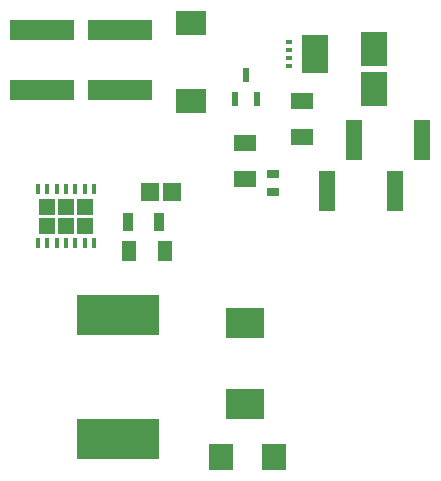
<source format=gbr>
G04*
G04 #@! TF.GenerationSoftware,Altium Limited,Altium Designer,23.10.1 (27)*
G04*
G04 Layer_Color=128*
%FSLAX42Y42*%
%MOMM*%
G71*
G04*
G04 #@! TF.SameCoordinates,D45A84C9-24EE-431E-81B0-E16C7BED9CBD*
G04*
G04*
G04 #@! TF.FilePolarity,Positive*
G04*
G01*
G75*
%ADD65R,2.25X2.85*%
%ADD66R,3.30X2.50*%
%ADD67R,7.00X3.50*%
%ADD68R,5.40X1.70*%
%ADD69R,2.50X2.00*%
%ADD70R,1.50X1.55*%
%ADD71R,2.05X2.20*%
%ADD72R,0.61X1.18*%
%ADD73R,2.30X3.30*%
%ADD74R,0.53X0.40*%
%ADD75R,0.86X1.61*%
%ADD76R,1.25X1.80*%
%ADD77R,1.85X1.35*%
%ADD78R,1.00X0.80*%
%ADD79R,1.45X3.40*%
G04:AMPARAMS|DCode=80|XSize=0.4mm|YSize=0.8mm|CornerRadius=0.05mm|HoleSize=0mm|Usage=FLASHONLY|Rotation=180.000|XOffset=0mm|YOffset=0mm|HoleType=Round|Shape=RoundedRectangle|*
%AMROUNDEDRECTD80*
21,1,0.40,0.70,0,0,180.0*
21,1,0.30,0.80,0,0,180.0*
1,1,0.10,-0.15,0.35*
1,1,0.10,0.15,0.35*
1,1,0.10,0.15,-0.35*
1,1,0.10,-0.15,-0.35*
%
%ADD80ROUNDEDRECTD80*%
%ADD96R,1.37X1.39*%
D65*
X4242Y-381D02*
D03*
Y-46D02*
D03*
D66*
X3152Y-2362D02*
D03*
Y-3052D02*
D03*
D67*
X2072Y-3347D02*
D03*
Y-2297D02*
D03*
D68*
X1435Y116D02*
D03*
Y-394D02*
D03*
X2095Y115D02*
D03*
Y-395D02*
D03*
D69*
X2692Y-483D02*
D03*
Y178D02*
D03*
D70*
X2530Y-1257D02*
D03*
X2350D02*
D03*
D71*
X3399Y-3495D02*
D03*
X2949D02*
D03*
D72*
X3160Y-265D02*
D03*
X3068Y-470D02*
D03*
X3251D02*
D03*
D73*
X3746Y-89D02*
D03*
D74*
X3522Y-122D02*
D03*
Y-56D02*
D03*
X3522Y11D02*
D03*
X3523Y-188D02*
D03*
D75*
X2160Y-1511D02*
D03*
X2426D02*
D03*
D76*
X2172Y-1753D02*
D03*
X2477D02*
D03*
D77*
X3632Y-788D02*
D03*
Y-482D02*
D03*
X3150Y-838D02*
D03*
Y-1143D02*
D03*
D78*
X3391Y-1257D02*
D03*
Y-1107D02*
D03*
D79*
X4648Y-813D02*
D03*
X4073D02*
D03*
X3845Y-1245D02*
D03*
X4420D02*
D03*
D80*
X1394Y-1229D02*
D03*
X1474D02*
D03*
X1555D02*
D03*
X1634D02*
D03*
X1715D02*
D03*
X1794D02*
D03*
X1875D02*
D03*
X1394Y-1689D02*
D03*
X1474D02*
D03*
X1555D02*
D03*
X1634D02*
D03*
X1715D02*
D03*
X1794D02*
D03*
X1875D02*
D03*
D96*
X1477Y-1539D02*
D03*
X1477Y-1380D02*
D03*
X1792Y-1539D02*
D03*
X1792Y-1380D02*
D03*
X1635Y-1380D02*
D03*
X1634Y-1539D02*
D03*
M02*

</source>
